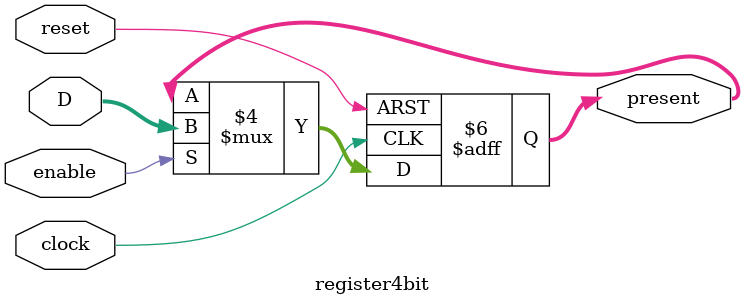
<source format=v>

module register4bit(clock, reset, enable, D, present);
	input        clock;		// Register clock
	input        reset;		// Register asynchronous reset
	input        enable;		// Register synchronous enable
	input  [3:0] D;		   // The register inputs represent the next state of a D flip-flop.
	output [3:0] present;	// The register outputs represent the present state.
	reg    [3:0] present;
	
	always@(posedge clock or negedge reset) begin
		if(reset == 1'b0)
			present <= 4'b0;
		else if(enable == 1'b1)
			present <= D;
	end
	
endmodule

</source>
